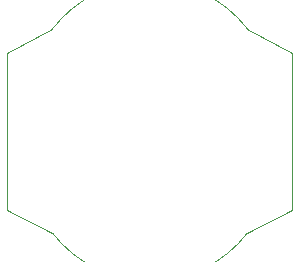
<source format=gbr>
G04 #@! TF.GenerationSoftware,KiCad,Pcbnew,(5.1.5)-3*
G04 #@! TF.CreationDate,2020-12-31T17:50:50-05:00*
G04 #@! TF.ProjectId,Ring Watch V1,52696e67-2057-4617-9463-682056312e6b,rev?*
G04 #@! TF.SameCoordinates,Original*
G04 #@! TF.FileFunction,Profile,NP*
%FSLAX46Y46*%
G04 Gerber Fmt 4.6, Leading zero omitted, Abs format (unit mm)*
G04 Created by KiCad (PCBNEW (5.1.5)-3) date 2020-12-31 17:50:50*
%MOMM*%
%LPD*%
G04 APERTURE LIST*
%ADD10C,0.050000*%
G04 APERTURE END LIST*
D10*
X110490000Y-103505001D02*
X110489998Y-112394999D01*
X86360001Y-103505001D02*
X86359999Y-112394999D01*
X110489998Y-112394999D02*
X110490000Y-114935000D01*
X110490000Y-101600000D02*
X110490000Y-103505001D01*
X86360000Y-101600000D02*
X90170001Y-99568000D01*
X106679999Y-99568000D02*
X110490000Y-101600000D01*
X90170002Y-116840000D02*
X86360000Y-114935000D01*
X106680000Y-116840000D02*
X110490000Y-114935000D01*
X106680000Y-116840000D02*
G75*
G02X90170002Y-116840000I-8254999J6349999D01*
G01*
X86359999Y-112394999D02*
X86360000Y-114935000D01*
X86360000Y-101600000D02*
X86360001Y-103505001D01*
X90170001Y-99568000D02*
G75*
G02X106679999Y-99568000I8254999J-6349999D01*
G01*
M02*

</source>
